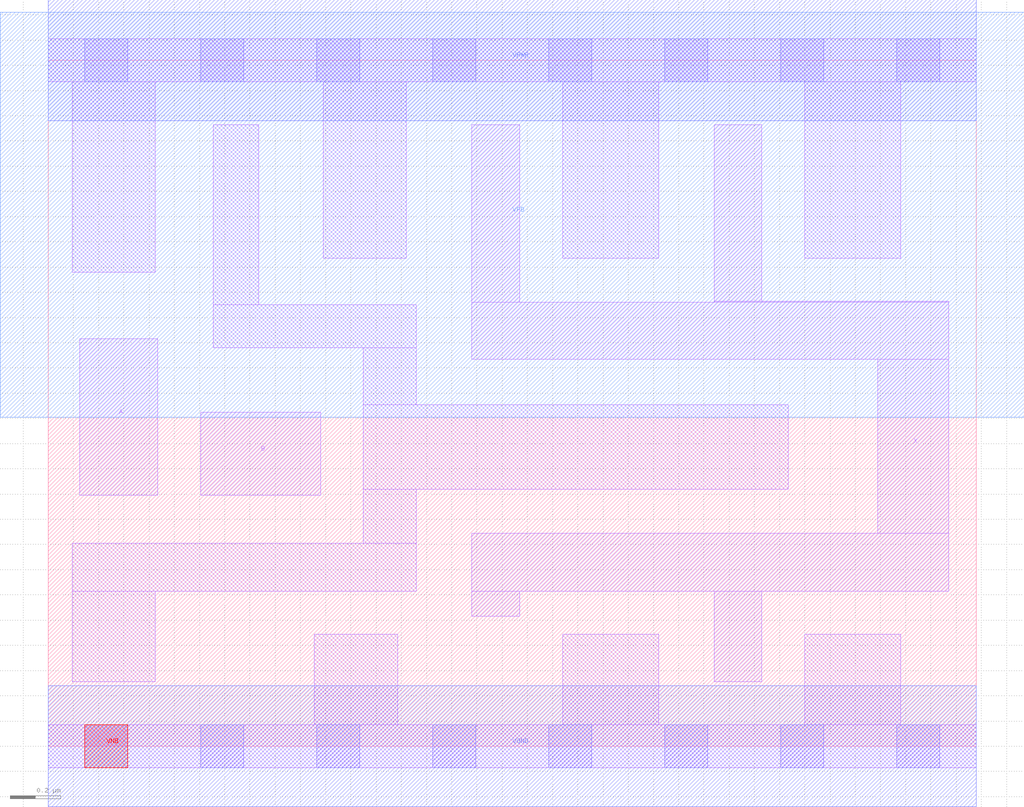
<source format=lef>
# Copyright 2020 The SkyWater PDK Authors
#
# Licensed under the Apache License, Version 2.0 (the "License");
# you may not use this file except in compliance with the License.
# You may obtain a copy of the License at
#
#     https://www.apache.org/licenses/LICENSE-2.0
#
# Unless required by applicable law or agreed to in writing, software
# distributed under the License is distributed on an "AS IS" BASIS,
# WITHOUT WARRANTIES OR CONDITIONS OF ANY KIND, either express or implied.
# See the License for the specific language governing permissions and
# limitations under the License.
#
# SPDX-License-Identifier: Apache-2.0

VERSION 5.7 ;
  NOWIREEXTENSIONATPIN ON ;
  DIVIDERCHAR "/" ;
  BUSBITCHARS "[]" ;
PROPERTYDEFINITIONS
  MACRO maskLayoutSubType STRING ;
  MACRO prCellType STRING ;
  MACRO originalViewName STRING ;
END PROPERTYDEFINITIONS
MACRO sky130_fd_sc_hdll__and2_4
  CLASS CORE ;
  FOREIGN sky130_fd_sc_hdll__and2_4 ;
  ORIGIN  0.000000  0.000000 ;
  SIZE  3.680000 BY  2.720000 ;
  SYMMETRY X Y R90 ;
  SITE unithd ;
  PIN A
    ANTENNAGATEAREA  0.277500 ;
    DIRECTION INPUT ;
    USE SIGNAL ;
    PORT
      LAYER li1 ;
        RECT 0.125000 0.995000 0.435000 1.615000 ;
    END
  END A
  PIN B
    ANTENNAGATEAREA  0.277500 ;
    DIRECTION INPUT ;
    USE SIGNAL ;
    PORT
      LAYER li1 ;
        RECT 0.605000 0.995000 1.080000 1.325000 ;
    END
  END B
  PIN X
    ANTENNADIFFAREA  1.061500 ;
    DIRECTION OUTPUT ;
    USE SIGNAL ;
    PORT
      LAYER li1 ;
        RECT 1.680000 0.515000 1.870000 0.615000 ;
        RECT 1.680000 0.615000 3.570000 0.845000 ;
        RECT 1.680000 1.535000 3.570000 1.760000 ;
        RECT 1.680000 1.760000 1.870000 2.465000 ;
        RECT 2.640000 0.255000 2.830000 0.615000 ;
        RECT 2.640000 1.760000 3.570000 1.765000 ;
        RECT 2.640000 1.765000 2.830000 2.465000 ;
        RECT 3.290000 0.845000 3.570000 1.535000 ;
    END
  END X
  PIN VGND
    DIRECTION INOUT ;
    USE GROUND ;
    PORT
      LAYER met1 ;
        RECT 0.000000 -0.240000 3.680000 0.240000 ;
    END
  END VGND
  PIN VNB
    DIRECTION INOUT ;
    USE GROUND ;
    PORT
      LAYER pwell ;
        RECT 0.145000 -0.085000 0.315000 0.085000 ;
    END
  END VNB
  PIN VPB
    DIRECTION INOUT ;
    USE POWER ;
    PORT
      LAYER nwell ;
        RECT -0.190000 1.305000 3.870000 2.910000 ;
    END
  END VPB
  PIN VPWR
    DIRECTION INOUT ;
    USE POWER ;
    PORT
      LAYER met1 ;
        RECT 0.000000 2.480000 3.680000 2.960000 ;
    END
  END VPWR
  OBS
    LAYER li1 ;
      RECT 0.000000 -0.085000 3.680000 0.085000 ;
      RECT 0.000000  2.635000 3.680000 2.805000 ;
      RECT 0.095000  0.255000 0.425000 0.615000 ;
      RECT 0.095000  0.615000 1.460000 0.805000 ;
      RECT 0.095000  1.880000 0.425000 2.635000 ;
      RECT 0.655000  1.580000 1.460000 1.750000 ;
      RECT 0.655000  1.750000 0.835000 2.465000 ;
      RECT 1.055000  0.085000 1.385000 0.445000 ;
      RECT 1.090000  1.935000 1.420000 2.635000 ;
      RECT 1.250000  0.805000 1.460000 1.020000 ;
      RECT 1.250000  1.020000 2.935000 1.355000 ;
      RECT 1.250000  1.355000 1.460000 1.580000 ;
      RECT 2.040000  0.085000 2.420000 0.445000 ;
      RECT 2.040000  1.935000 2.420000 2.635000 ;
      RECT 3.000000  0.085000 3.380000 0.445000 ;
      RECT 3.000000  1.935000 3.380000 2.635000 ;
    LAYER mcon ;
      RECT 0.145000 -0.085000 0.315000 0.085000 ;
      RECT 0.145000  2.635000 0.315000 2.805000 ;
      RECT 0.605000 -0.085000 0.775000 0.085000 ;
      RECT 0.605000  2.635000 0.775000 2.805000 ;
      RECT 1.065000 -0.085000 1.235000 0.085000 ;
      RECT 1.065000  2.635000 1.235000 2.805000 ;
      RECT 1.525000 -0.085000 1.695000 0.085000 ;
      RECT 1.525000  2.635000 1.695000 2.805000 ;
      RECT 1.985000 -0.085000 2.155000 0.085000 ;
      RECT 1.985000  2.635000 2.155000 2.805000 ;
      RECT 2.445000 -0.085000 2.615000 0.085000 ;
      RECT 2.445000  2.635000 2.615000 2.805000 ;
      RECT 2.905000 -0.085000 3.075000 0.085000 ;
      RECT 2.905000  2.635000 3.075000 2.805000 ;
      RECT 3.365000 -0.085000 3.535000 0.085000 ;
      RECT 3.365000  2.635000 3.535000 2.805000 ;
  END
  PROPERTY maskLayoutSubType "abstract" ;
  PROPERTY prCellType "standard" ;
  PROPERTY originalViewName "layout" ;
END sky130_fd_sc_hdll__and2_4
END LIBRARY

</source>
